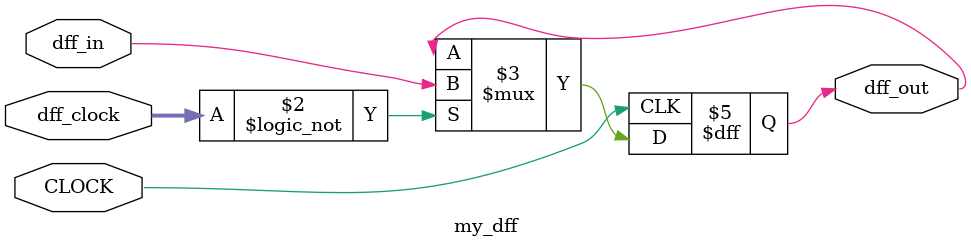
<source format=v>
`timescale 1ns / 1ps


module my_dff(input CLOCK,input [17:0] dff_clock,input dff_in, output reg dff_out = 0 );
    always @ (posedge CLOCK)
    begin
        dff_out <= (dff_clock == 0) ? dff_in : dff_out;
    end
endmodule


</source>
